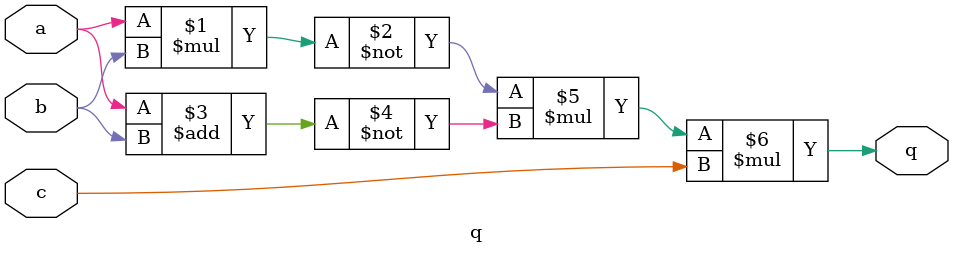
<source format=v>
module q (a,b,c,q);
input a,b,c;
output q;
assign q=~(a*b)*~(a+b)*c;
endmodule

</source>
